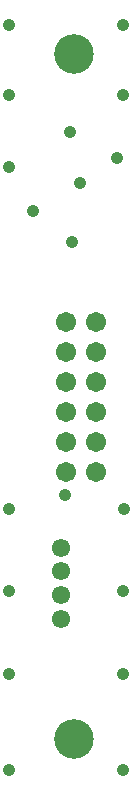
<source format=gbr>
G04 DesignSpark PCB PRO Gerber Version 10.0 Build 5299*
G04 #@! TF.Part,Single*
G04 #@! TF.FileFunction,Soldermask,Bot*
G04 #@! TF.FilePolarity,Negative*
%FSLAX35Y35*%
%MOIN*%
G04 #@! TA.AperFunction,ViaPad*
%ADD135C,0.04143*%
G04 #@! TA.AperFunction,ComponentPad*
%ADD138C,0.06112*%
%ADD137C,0.06702*%
G04 #@! TA.AperFunction,WasherPad*
%ADD136C,0.13198*%
G04 #@! TD.AperFunction*
X0Y0D02*
D02*
D135*
X25841Y13636D03*
Y45526D03*
Y73085D03*
Y100644D03*
Y214423D03*
Y238439D03*
Y262061D03*
X33715Y199856D03*
X44344Y105368D03*
X45919Y226234D03*
X46707Y189719D03*
X49463Y209305D03*
X61667Y217573D03*
X63636Y13636D03*
Y45526D03*
Y73085D03*
Y238439D03*
Y262061D03*
X64030Y100644D03*
D02*
D136*
X47494Y23872D03*
Y252219D03*
D02*
D137*
X44581Y112848D03*
Y122848D03*
Y132848D03*
Y142848D03*
Y152848D03*
Y162848D03*
X54581Y112848D03*
Y122848D03*
Y132848D03*
Y142848D03*
Y152848D03*
Y162848D03*
D02*
D138*
X43163Y64030D03*
Y71904D03*
Y79778D03*
Y87652D03*
X0Y0D02*
M02*

</source>
